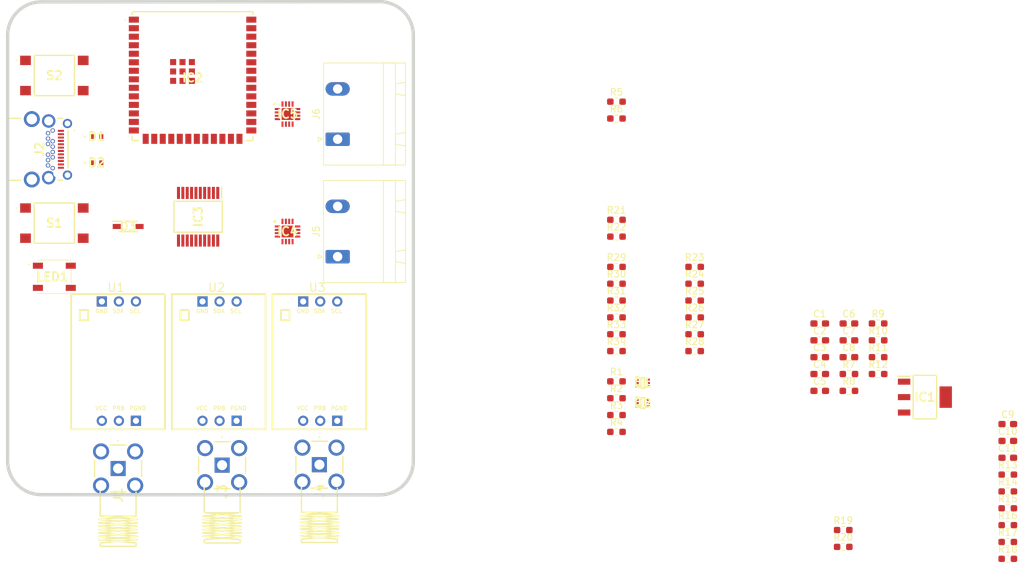
<source format=kicad_pcb>
(kicad_pcb (version 20241229) (generator "pcbnew") (generator_version "9.0")
  (layers (0 "F.Cu" signal) (2 "B.Cu" signal) (13 "F.Paste" user) (15 "B.Paste" user) (5 "F.SilkS" user "F.Silkscreen") (7 "B.SilkS" user "B.Silkscreen") (1 "F.Mask" user) (3 "B.Mask" user) (25 "Edge.Cuts" user))
  (net 0 "")
  (net 1 "+5V_USB")
  (net 2 "GND")
  (net 3 "/ESP32_MCU/GPIO0")
  (net 4 "/ESP32_MCU/EN")
  (net 5 "V_MCU")
  (net 6 "Net-(J2-DN2)")
  (net 7 "Net-(J2-DP2)")
  (net 8 "Net-(D3-K)")
  (net 10 "/ESP32_MCU/M_NFAULT")
  (net 12 "/ESP32_MCU/LED_DIN")
  (net 13 "/NSLEEP")
  (net 17 "/M2_IPROPI")
  (net 19 "/ESP32_MCU/UART_1_MCU_TX")
  (net 20 "/ESP32_MCU/UART_0_MCU_RX")
  (net 24 "/ESP32_MCU/ISO_EN")
  (net 27 "/ESP32_MCU/UART_0_MCU_TX")
  (net 28 "/ESP32_MCU/UART_2_MCU_RX")
  (net 29 "/ESP32_MCU/I2C_0_MCU_SCL")
  (net 31 "/ESP32_MCU/UART_1_MCU_RX")
  (net 32 "/M1_PMW2")
  (net 33 "/ESP32_MCU/MCU_USB_DN")
  (net 34 "/ESP32_MCU/MCU_USB_DP")
  (net 37 "/M1_PMW1")
  (net 39 "/ESP32_MCU/UART_2_MCU_TX")
  (net 40 "/ESP32_MCU/I2C_0_MCU_SDA")
  (net 42 "/ESP32_MCU/M2_PWM2")
  (net 43 "/ESP32_MCU/M2_PWM1")
  (net 44 "/M1_IPROPI")
  (net 45 "Net-(IC3-VSEL)")
  (net 46 "Earth_Clean")
  (net 47 "/electrical_isolator/SDA")
  (net 48 "/Cond_Subcircuit/TX_(SDA)")
  (net 49 "/Cond_Subcircuit/RX_(SCL)")
  (net 52 "/electrical_isolator/VISO")
  (net 53 "/electrical_isolator/SCL")
  (net 54 "Net-(IC3-PDIS)")
  (net 55 "Net-(IC4-A0)")
  (net 56 "Net-(IC4-OUT1)")
  (net 57 "Net-(IC4-OUT2)")
  (net 58 "Net-(IC4-A1)")
  (net 60 "Net-(IC5-A0)")
  (net 62 "Net-(IC5-OUT1)")
  (net 63 "Net-(IC5-A1)")
  (net 64 "Net-(IC5-OUT2)")
  (net 65 "Net-(J1-SIG)")
  (net 78 "Net-(J3-SIG)")
  (net 79 "Net-(J4-SIG)")
  (net 81 "Net-(LED1-DIN)")
  (net 82 "/electrical_isolator/ISO_EN")
  (footprint "Capacitor_SMD:C_0603_1608Metric_Pad1.08x0.95mm_HandSolder" (layer "F.Cu") (at 240.0625 110.98)
    (property "Reference" "C3" (at 0 -1.43 0) (layer "F.SilkS"))
    (property "Value" "100nF")
    (pad "1" smd roundrect (at -0.8625 0) (size 1.075 0.95) (layers "F.Cu" "F.Mask" "F.Paste") (net 1 "+5V_USB"))
    (pad "2" smd roundrect (at 0.8625 0) (size 1.075 0.95) (layers "F.Cu" "F.Mask" "F.Paste") (net 2 "GND"))
  )
  (footprint "SamacSys_Parts:RFPCSMA27F" (layer "F.Cu") (at 165.5 127 90)
    (property "Reference" "J4" (at -3.93 0 90) (layer "F.SilkS") (effects (font (size 1.27 1.27) (thickness 0.254))))
    (property "Value" "RFPC-SMA27-F" (hide yes))
    (pad "1" thru_hole rect (at 0 0 90) (size 2.25 2.25) (drill 1.5) (layers "*.Cu" "*.Mask") (net 79 "Net-(J4-SIG)"))
    (pad "2" thru_hole circle (at -2.54 2.54 90) (size 2.4 2.4) (drill 1.6) (layers "*.Cu" "*.Mask") (net 46 "Earth_Clean"))
    (pad "3" thru_hole circle (at 2.54 2.54 90) (size 2.4 2.4) (drill 1.6) (layers "*.Cu" "*.Mask") (net 46 "Earth_Clean"))
    (pad "4" thru_hole circle (at 2.54 -2.54 90) (size 2.4 2.4) (drill 1.6) (layers "*.Cu" "*.Mask") (net 46 "Earth_Clean"))
    (pad "5" thru_hole circle (at -2.54 -2.54 90) (size 2.4 2.4) (drill 1.6) (layers "*.Cu" "*.Mask") (net 46 "Earth_Clean"))
  )
  (footprint "Resistor_SMD:R_0603_1608Metric_Pad0.98x0.95mm_HandSolder" (layer "F.Cu") (at 221.42 100.0335)
    (property "Reference" "R24" (at 0 -1.43 0) (layer "F.SilkS"))
    (property "Value" "8.45k")
    (pad "1" smd roundrect (at -0.9125 0) (size 0.975 0.95) (layers "F.Cu" "F.Mask" "F.Paste") (net 44 "/M1_IPROPI"))
    (pad "2" smd roundrect (at 0.9125 0) (size 0.975 0.95) (layers "F.Cu" "F.Mask" "F.Paste") (net 2 "GND"))
  )
  (footprint "Resistor_SMD:R_0603_1608Metric_Pad0.98x0.95mm_HandSolder" (layer "F.Cu") (at 268.0875 133.5)
    (property "Reference" "R15" (at 0 -1.43 0) (layer "F.SilkS"))
    (property "Value" "4.7k")
    (pad "1" smd roundrect (at -0.9125 0) (size 0.975 0.95) (layers "F.Cu" "F.Mask" "F.Paste") (net 52 "/electrical_isolator/VISO"))
    (pad "2" smd roundrect (at 0.9125 0) (size 0.975 0.95) (layers "F.Cu" "F.Mask" "F.Paste") (net 49 "/Cond_Subcircuit/RX_(SCL)"))
  )
  (footprint "Resistor_SMD:R_0603_1608Metric_Pad0.98x0.95mm_HandSolder" (layer "F.Cu") (at 268.0875 138.52)
    (property "Reference" "R17" (at 0 -1.43 0) (layer "F.SilkS"))
    (property "Value" "10k")
    (pad "1" smd roundrect (at -0.9125 0) (size 0.975 0.95) (layers "F.Cu" "F.Mask" "F.Paste") (net 52 "/electrical_isolator/VISO"))
    (pad "2" smd roundrect (at 0.9125 0) (size 0.975 0.95) (layers "F.Cu" "F.Mask" "F.Paste") (net 45 "Net-(IC3-VSEL)"))
  )
  (footprint "Resistor_SMD:R_0603_1608Metric_Pad0.98x0.95mm_HandSolder" (layer "F.Cu") (at 209.77 119.6035)
    (property "Reference" "R3" (at 0 -1.43 0) (layer "F.SilkS"))
    (property "Value" "10k")
    (pad "1" smd roundrect (at -0.9125 0) (size 0.975 0.95) (layers "F.Cu" "F.Mask" "F.Paste") (net 82 "/electrical_isolator/ISO_EN"))
    (pad "2" smd roundrect (at 0.9125 0) (size 0.975 0.95) (layers "F.Cu" "F.Mask" "F.Paste") (net 1 "+5V_USB"))
  )
  (footprint "SamacSys_Parts:SOP65P780X200-20N" (layer "F.Cu") (at 147.425 90.05 -90)
    (property "Reference" "IC3" (at 0 0 270) (layer "F.SilkS") (effects (font (size 1.27 1.27) (thickness 0.254))))
    (property "Value" "ADM3260ARSZ" (hide yes))
    (pad "1" smd rect (at -3.55 -2.925) (size 0.45 1.8) (layers "F.Cu" "F.Mask" "F.Paste") (net 2 "GND"))
    (pad "2" smd rect (at -3.55 -2.275) (size 0.45 1.8) (layers "F.Cu" "F.Mask" "F.Paste") (net 53 "/electrical_isolator/SCL"))
    (pad "3" smd rect (at -3.55 -1.625) (size 0.45 1.8) (layers "F.Cu" "F.Mask" "F.Paste") (net 47 "/electrical_isolator/SDA"))
    (pad "4" smd rect (at -3.55 -0.975) (size 0.45 1.8) (layers "F.Cu" "F.Mask" "F.Paste") (net 1 "+5V_USB"))
    (pad "5" smd rect (at -3.55 -0.325) (size 0.45 1.8) (layers "F.Cu" "F.Mask" "F.Paste") (net 2 "GND"))
    (pad "6" smd rect (at -3.55 0.325) (size 0.45 1.8) (layers "F.Cu" "F.Mask" "F.Paste"))
    (pad "7" smd rect (at -3.55 0.975) (size 0.45 1.8) (layers "F.Cu" "F.Mask" "F.Paste") (net 2 "GND"))
    (pad "8" smd rect (at -3.55 1.625) (size 0.45 1.8) (layers "F.Cu" "F.Mask" "F.Paste") (net 54 "Net-(IC3-PDIS)"))
    (pad "9" smd rect (at -3.55 2.275) (size 0.45 1.8) (layers "F.Cu" "F.Mask" "F.Paste") (net 1 "+5V_USB"))
    (pad "10" smd rect (at -3.55 2.925) (size 0.45 1.8) (layers "F.Cu" "F.Mask" "F.Paste") (net 2 "GND"))
    (pad "11" smd rect (at 3.55 2.925) (size 0.45 1.8) (layers "F.Cu" "F.Mask" "F.Paste") (net 46 "Earth_Clean"))
    (pad "12" smd rect (at 3.55 2.275) (size 0.45 1.8) (layers "F.Cu" "F.Mask" "F.Paste") (net 52 "/electrical_isolator/VISO"))
    (pad "13" smd rect (at 3.55 1.625) (size 0.45 1.8) (layers "F.Cu" "F.Mask" "F.Paste") (net 45 "Net-(IC3-VSEL)"))
    (pad "14" smd rect (at 3.55 0.975) (size 0.45 1.8) (layers "F.Cu" "F.Mask" "F.Paste") (net 46 "Earth_Clean"))
    (pad "15" smd rect (at 3.55 0.325) (size 0.45 1.8) (layers "F.Cu" "F.Mask" "F.Paste"))
    (pad "16" smd rect (at 3.55 -0.325) (size 0.45 1.8) (layers "F.Cu" "F.Mask" "F.Paste") (net 46 "Earth_Clean"))
    (pad "17" smd rect (at 3.55 -0.975) (size 0.45 1.8) (layers "F.Cu" "F.Mask" "F.Paste") (net 52 "/electrical_isolator/VISO"))
    (pad "18" smd rect (at 3.55 -1.625) (size 0.45 1.8) (layers "F.Cu" "F.Mask" "F.Paste") (net 48 "/Cond_Subcircuit/TX_(SDA)"))
    (pad "19" smd rect (at 3.55 -2.275) (size 0.45 1.8) (layers "F.Cu" "F.Mask" "F.Paste") (net 49 "/Cond_Subcircuit/RX_(SCL)"))
    (pad "20" smd rect (at 3.55 -2.925) (size 0.45 1.8) (layers "F.Cu" "F.Mask" "F.Paste") (net 46 "Earth_Clean"))
  )
  (footprint "Resistor_SMD:R_0603_1608Metric_Pad0.98x0.95mm_HandSolder" (layer "F.Cu") (at 248.7625 113.49)
    (property "Reference" "R12" (at 0 -1.43 0) (layer "F.SilkS"))
    (property "Value" "10k")
    (pad "1" smd roundrect (at -0.9125 0) (size 0.975 0.95) (layers "F.Cu" "F.Mask" "F.Paste") (net 29 "/ESP32_MCU/I2C_0_MCU_SCL"))
    (pad "2" smd roundrect (at 0.9125 0) (size 0.975 0.95) (layers "F.Cu" "F.Mask" "F.Paste") (net 5 "V_MCU"))
  )
  (footprint "SamacSys_Parts:RFPCSMA27F" (layer "F.Cu") (at 135.5 127.57 90)
    (property "Reference" "J1" (at -3.93 0 90) (layer "F.SilkS") (effects (font (size 1.27 1.27) (thickness 0.254))))
    (property "Value" "RFPC-SMA27-F" (hide yes))
    (pad "1" thru_hole rect (at 0 0 90) (size 2.25 2.25) (drill 1.5) (layers "*.Cu" "*.Mask") (net 65 "Net-(J1-SIG)"))
    (pad "2" thru_hole circle (at -2.54 2.54 90) (size 2.4 2.4) (drill 1.6) (layers "*.Cu" "*.Mask") (net 46 "Earth_Clean"))
    (pad "3" thru_hole circle (at 2.54 2.54 90) (size 2.4 2.4) (drill 1.6) (layers "*.Cu" "*.Mask") (net 46 "Earth_Clean"))
    (pad "4" thru_hole circle (at 2.54 -2.54 90) (size 2.4 2.4) (drill 1.6) (layers "*.Cu" "*.Mask") (net 46 "Earth_Clean"))
    (pad "5" thru_hole circle (at -2.54 -2.54 90) (size 2.4 2.4) (drill 1.6) (layers "*.Cu" "*.Mask") (net 46 "Earth_Clean"))
  )
  (footprint "SamacSys_Parts:SOTFL50P160X60-6N" (layer "F.Cu") (at 213.685 114.8285)
    (property "Reference" "Q1" (at 0 0 0) (layer "F.SilkS") (effects (font (size 1.27 1.27) (thickness 0.254))))
    (property "Value" "SSM6N35AFE,LF" (hide yes))
    (pad "1" smd rect (at -0.832 -0.5 90) (size 0.3 0.465) (layers "F.Cu" "F.Mask" "F.Paste") (net 29 "/ESP32_MCU/I2C_0_MCU_SCL"))
    (pad "2" smd rect (at -0.832 0 90) (size 0.3 0.465) (layers "F.Cu" "F.Mask" "F.Paste") (net 5 "V_MCU"))
    (pad "3" smd rect (at -0.832 0.5 90) (size 0.3 0.465) (layers "F.Cu" "F.Mask" "F.Paste") (net 47 "/electrical_isolator/SDA"))
    (pad "4" smd rect (at 0.832 0.5 90) (size 0.3 0.465) (layers "F.Cu" "F.Mask" "F.Paste") (net 40 "/ESP32_MCU/I2C_0_MCU_SDA"))
    (pad "5" smd rect (at 0.832 0 90) (size 0.3 0.465) (layers "F.Cu" "F.Mask" "F.Paste") (net 5 "V_MCU"))
    (pad "6" smd rect (at 0.832 -0.5 90) (size 0.3 0.465) (layers "F.Cu" "F.Mask" "F.Paste") (net 53 "/electrical_isolator/SCL"))
  )
  (footprint "Capacitor_SMD:C_0603_1608Metric_Pad1.08x0.95mm_HandSolder" (layer "F.Cu") (at 268.0875 120.95)
    (property "Reference" "C9" (at 0 -1.43 0) (layer "F.SilkS"))
    (property "Value" "10uF")
    (pad "1" smd roundrect (at -0.8625 0) (size 1.075 0.95) (layers "F.Cu" "F.Mask" "F.Paste") (net 1 "+5V_USB"))
    (pad "2" smd roundrect (at 0.8625 0) (size 1.075 0.95) (layers "F.Cu" "F.Mask" "F.Paste") (net 2 "GND"))
  )
  (footprint "Resistor_SMD:R_0603_1608Metric_Pad0.98x0.95mm_HandSolder" (layer "F.Cu") (at 248.7625 110.98)
    (property "Reference" "R11" (at 0 -1.43 0) (layer "F.SilkS"))
    (property "Value" "10k")
    (pad "1" smd roundrect (at -0.9125 0) (size 0.975 0.95) (layers "F.Cu" "F.Mask" "F.Paste") (net 40 "/ESP32_MCU/I2C_0_MCU_SDA"))
    (pad "2" smd roundrect (at 0.9125 0) (size 0.975 0.95) (layers "F.Cu" "F.Mask" "F.Paste") (net 5 "V_MCU"))
  )
  (footprint "aquaponics_pcb:EZO FOOTPRINT" (layer "F.Cu") (at 158 123)
    (property "Reference" "U3" (at 7.1775 -22.392 0) (layer "F.SilkS") (effects (font (size 1.27 1.27))))
    (property "Value" "Atlas Scientific EZO")
    (fp_text user "VCC" (at 4.064 -4.7631 0) (layer "F.SilkS") (effects (font (size 0.6 0.6) (thickness 0.1)) (justify left top)))
    (fp_text user "SCL" (at 9.144 -19.2411 0) (layer "F.SilkS") (effects (font (size 0.6 0.6) (thickness 0.1)) (justify left top)))
    (fp_text user "SDA" (at 6.604 -19.2411 0) (layer "F.SilkS") (effects (font (size 0.6 0.6) (thickness 0.1)) (justify left top)))
    (fp_text user "PGND" (at 9.144 -4.7631 0) (layer "F.SilkS") (effects (font (size 0.6 0.6) (thickness 0.1)) (justify left top)))
    (fp_text user "PRB" (at 6.604 -4.7631 0) (layer "F.SilkS") (effects (font (size 0.6 0.6) (thickness 0.1)) (justify left top)))
    (fp_text user "GND" (at 4.064 -19.2411 0) (layer "F.SilkS") (effects (font (size 0.6 0.6) (thickness 0.1)) (justify left top)))
    (pad "1" thru_hole rect (at 5.08 -20.32) (size 1.524 1.524) (drill 0.9144) (layers "*.Cu" "*.Mask") (net 2 "GND"))
    (pad "2" thru_hole oval (at 7.62 -20.32) (size 1.524 1.524) (drill 0.9144) (layers "*.Cu" "*.Mask") (net 48 "/Cond_Subcircuit/TX_(SDA)"))
    (pad "3" thru_hole oval (at 10.16 -20.32) (size 1.524 1.524) (drill 0.9144) (layers "*.Cu" "*.Mask") (net 49 "/Cond_Subcircuit/RX_(SCL)"))
    (pad "4" thru_hole oval (at 5.08 -2.54) (size 1.524 1.524) (drill 0.9144) (layers "*.Cu" "*.Mask") (net 52 "/electrical_isolator/VISO"))
    (pad "5" thru_hole oval (at 7.62 -2.54) (size 1.524 1.524) (drill 0.9144) (layers "*.Cu" "*.Mask") (net 79 "Net-(J4-SIG)"))
    (pad "6" thru_hole rect (at 10.16 -2.54) (size 1.524 1.524) (drill 0.9144) (layers "*.Cu" "*.Mask") (net 46 "Earth_Clean"))
  )
  (footprint "SamacSys_Parts:QFN50P300X300X80-17N-D" (layer "F.Cu") (at 160.75 92.25)
    (property "Reference" "IC4" (at 0 0 0) (layer "F.SilkS") (effects (font (size 1.27 1.27) (thickness 0.254))))
    (property "Value" "DRV8214RTER" (hide yes))
    (pad "1" smd rect (at -1.5 -0.75 90) (size 0.3 0.8) (layers "F.Cu" "F.Mask" "F.Paste") (net 44 "/M1_IPROPI"))
    (pad "2" smd rect (at -1.5 -0.25 90) (size 0.3 0.8) (layers "F.Cu" "F.Mask" "F.Paste") (net 5 "V_MCU"))
    (pad "3" smd rect (at -1.5 0.25 90) (size 0.3 0.8) (layers "F.Cu" "F.Mask" "F.Paste"))
    (pad "4" smd rect (at -1.5 0.75 90) (size 0.3 0.8) (layers "F.Cu" "F.Mask" "F.Paste") (net 10 "/ESP32_MCU/M_NFAULT"))
    (pad "5" smd rect (at -0.75 1.5) (size 0.3 0.8) (layers "F.Cu" "F.Mask" "F.Paste") (net 1 "+5V_USB"))
    (pad "6" smd rect (at -0.25 1.5) (size 0.3 0.8) (layers "F.Cu" "F.Mask" "F.Paste") (net 56 "Net-(IC4-OUT1)"))
    (pad "7" smd rect (at 0.25 1.5) (size 0.3 0.8) (layers "F.Cu" "F.Mask" "F.Paste") (net 2 "GND"))
    (pad "8" smd rect (at 0.75 1.5) (size 0.3 0.8) (layers "F.Cu" "F.Mask" "F.Paste") (net 57 "Net-(IC4-OUT2)"))
    (pad "9" smd rect (at 1.5 0.75 90) (size 0.3 0.8) (layers "F.Cu" "F.Mask" "F.Paste") (net 58 "Net-(IC4-A1)"))
    (pad "10" smd rect (at 1.5 0.25 90) (size 0.3 0.8) (layers "F.Cu" "F.Mask" "F.Paste") (net 55 "Net-(IC4-A0)"))
    (pad "11" smd rect (at 1.5 -0.25 90) (size 0.3 0.8) (layers "F.Cu" "F.Mask" "F.Paste") (net 13 "/NSLEEP"))
    (pad "12" smd rect (at 1.5 -0.75 90) (size 0.3 0.8) (layers "F.Cu" "F.Mask" "F.Paste") (net 32 "/M1_PMW2"))
    (pad "13" smd rect (at 0.75 -1.5) (size 0.3 0.8) (layers "F.Cu" "F.Mask" "F.Paste") (net 37 "/M1_PMW1"))
    (pad "14" smd rect (at 0.25 -1.5) (size 0.3 0.8) (layers "F.Cu" "F.Mask" "F.Paste") (net 40 "/ESP32_MCU/I2C_0_MCU_SDA"))
    (pad "15" smd rect (at -0.25 -1.5) (size 0.3 0.8) (layers "F.Cu" "F.Mask" "F.Paste") (net 29 "/ESP32_MCU/I2C_0_MCU_SCL"))
    (pad "16" smd rect (at -0.75 -1.5) (size 0.3 0.8) (layers "F.Cu" "F.Mask" "F.Paste") (net 5 "V_MCU"))
    (pad "17" smd rect (at 0 0) (size 1.75 1.75) (layers "F.Cu" "F.Mask" "F.Paste") (net 2 "GND"))
  )
  (footprint "SamacSys_Parts:TS046650BK260SMTTR" (layer "F.Cu") (at 126 69)
    (property "Reference" "S2" (at 0 0 0) (layer "F.SilkS") (effects (font (size 1.27 1.27) (thickness 0.254))))
    (property "Value" "TS04-66-50-BK-260-SMT-TR" (hide yes))
    (pad "1" smd rect (at -4.3 -2.25 90) (size 1.4 1.6) (layers "F.Cu" "F.Mask" "F.Paste") (net 4 "/ESP32_MCU/EN"))
    (pad "2" smd rect (at -4.3 2.25 90) (size 1.4 1.6) (layers "F.Cu" "F.Mask" "F.Paste") (net 2 "GND"))
    (pad "3" smd rect (at 4.3 -2.25 90) (size 1.4 1.6) (layers "F.Cu" "F.Mask" "F.Paste"))
    (pad "4" smd rect (at 4.3 2.25 90) (size 1.4 1.6) (layers "F.Cu" "F.Mask" "F.Paste"))
  )
  (footprint "Resistor_SMD:R_0603_1608Metric_Pad0.98x0.95mm_HandSolder" (layer "F.Cu") (at 221.42 97.5235)
    (property "Reference" "R23" (at 0 -1.43 0) (layer "F.SilkS"))
    (property "Value" "10k")
    (pad "1" smd roundrect (at -0.9125 0) (size 0.975 0.95) (layers "F.Cu" "F.Mask" "F.Paste") (net 5 "V_MCU"))
    (pad "2" smd roundrect (at 0.9125 0) (size 0.975 0.95) (layers "F.Cu" "F.Mask" "F.Paste") (net 10 "/ESP32_MCU/M_NFAULT"))
  )
  (footprint "Resistor_SMD:R_0603_1608Metric_Pad0.98x0.95mm_HandSolder" (layer "F.Cu") (at 221.42 102.5435)
    (property "Reference" "R25" (at 0 -1.43 0) (layer "F.SilkS"))
    (property "Value" "10k")
    (pad "1" smd roundrect (at -0.9125 0) (size 0.975 0.95) (layers "F.Cu" "F.Mask" "F.Paste") (net 5 "V_MCU"))
    (pad "2" smd roundrect (at 0.9125 0) (size 0.975 0.95) (layers "F.Cu" "F.Mask" "F.Paste") (net 55 "Net-(IC4-A0)"))
  )
  (footprint "Resistor_SMD:R_0603_1608Metric_Pad0.98x0.95mm_HandSolder" (layer "F.Cu") (at 209.77 117.0935)
    (property "Reference" "R2" (at 0 -1.43 0) (layer "F.SilkS"))
    (property "Value" "10k")
    (pad "1" smd roundrect (at -0.9125 0) (size 0.975 0.95) (layers "F.Cu" "F.Mask" "F.Paste") (net 53 "/electrical_isolator/SCL"))
    (pad "2" smd roundrect (at 0.9125 0) (size 0.975 0.95) (layers "F.Cu" "F.Mask" "F.Paste") (net 1 "+5V_USB"))
  )
  (footprint "SamacSys_Parts:SOD3716X145N" (layer "F.Cu") (at 137 91.5)
    (property "Reference" "D3" (at 0 0 0) (layer "F.SilkS") (effects (font (size 1.27 1.27) (thickness 0.254))))
    (property "Value" "1N5819HW-7-F" (hide yes))
    (pad "1" smd rect (at -1.7 0 90) (size 0.75 1.2) (layers "F.Cu" "F.Mask" "F.Paste") (net 8 "Net-(D3-K)"))
    (pad "2" smd rect (at 1.7 0 90) (size 0.75 1.2) (layers "F.Cu" "F.Mask" "F.Paste") (net 1 "+5V_USB"))
  )
  (footprint "Resistor_SMD:R_0603_1608Metric_Pad0.98x0.95mm_HandSolder" (layer "F.Cu") (at 209.77 93.0135)
    (property "Reference" "R22" (at 0 -1.43 0) (layer "F.SilkS"))
    (property "Value" "4.7k")
    (pad "1" smd roundrect (at -0.9125 0) (size 0.975 0.95) (layers "F.Cu" "F.Mask" "F.Paste") (net 52 "/electrical_isolator/VISO"))
    (pad "2" smd roundrect (at 0.9125 0) (size 0.975 0.95) (layers "F.Cu" "F.Mask" "F.Paste") (net 48 "/Cond_Subcircuit/TX_(SDA)"))
  )
  (footprint "Resistor_SMD:R_0603_1608Metric_Pad0.98x0.95mm_HandSolder" (layer "F.Cu") (at 221.42 105.0535)
    (property "Reference" "R26" (at 0 -1.43 0) (layer "F.SilkS"))
    (property "Value" "10k")
    (pad "1" smd roundrect (at -0.9125 0) (size 0.975 0.95) (layers "F.Cu" "F.Mask" "F.Paste") (net 55 "Net-(IC4-A0)"))
    (pad "2" smd roundrect (at 0.9125 0) (size 0.975 0.95) (layers "F.Cu" "F.Mask" "F.Paste") (net 2 "GND"))
  )
  (footprint "Resistor_SMD:R_0603_1608Metric_Pad0.98x0.95mm_HandSolder" (layer "F.Cu") (at 209.77 122.1135)
    (property "Reference" "R4" (at 0 -1.43 0) (layer "F.SilkS"))
    (property "Value" "10k")
    (pad "1" smd roundrect (at -0.9125 0) (size 0.975 0.95) (layers "F.Cu" "F.Mask" "F.Paste") (net 47 "/electrical_isolator/SDA"))
    (pad "2" smd roundrect (at 0.9125 0) (size 0.975 0.95) (layers "F.Cu" "F.Mask" "F.Paste") (net 1 "+5V_USB"))
  )
  (footprint "Resistor_SMD:R_0603_1608Metric_Pad0.98x0.95mm_HandSolder" (layer "F.Cu") (at 209.77 114.5835)
    (property "Reference" "R1" (at 0 -1.43 0) (layer "F.SilkS"))
    (property "Value" "10k")
    (pad "1" smd roundrect (at -0.9125 0) (size 0.975 0.95) (layers "F.Cu" "F.Mask" "F.Paste") (net 24 "/ESP32_MCU/ISO_EN"))
    (pad "2" smd roundrect (at 0.9125 0) (size 0.975 0.95) (layers "F.Cu" "F.Mask" "F.Paste") (net 5 "V_MCU"))
  )
  (footprint "Resistor_SMD:R_0603_1608Metric_Pad0.98x0.95mm_HandSolder" (layer "F.Cu") (at 248.7625 108.47)
    (property "Reference" "R10" (at 0 -1.43 0) (layer "F.SilkS"))
    (property "Value" "0")
    (pad "1" smd roundrect (at -0.9125 0) (size 0.975 0.95) (layers "F.Cu" "F.Mask" "F.Paste") (net 12 "/ESP32_MCU/LED_DIN"))
    (pad "2" smd roundrect (at 0.9125 0) (size 0.975 0.95) (layers "F.Cu" "F.Mask" "F.Paste") (net 81 "Net-(LED1-DIN)"))
  )
  (footprint "Connector_Phoenix_GMSTB:PhoenixContact_GMSTBA_2,5_2-G_1x02_P7.50mm_Horizontal" (layer "F.Cu") (at 168.2225 96 90)
    (property "Reference" "J5" (at 3.75 -3.2 90) (layer "F.SilkS"))
    (property "Value" "Screw_Terminal_01x02")
    (pad "1" thru_hole roundrect (at 0 0 90) (size 2 3.6) (drill 1.4) (layers "*.Cu" "*.Mask") (roundrect_rratio 0.125) (net 57 "Net-(IC4-OUT2)"))
    (pad "2" thru_hole oval (at 7.5 0 90) (size 2 3.6) (drill 1.4) (layers "*.Cu" "*.Mask") (net 56 "Net-(IC4-OUT1)"))
  )
  (footprint "Capacitor_SMD:C_0603_1608Metric_Pad1.08x0.95mm_HandSolder" (layer "F.Cu") (at 268.0875 123.46)
    (property "Reference" "C10" (at 0 -1.43 0) (layer "F.SilkS"))
    (property "Value" "1uF")
    (pad "1" smd roundrect (at -0.8625 0) (size 1.075 0.95) (layers "F.Cu" "F.Mask" "F.Paste") (net 1 "+5V_USB"))
    (pad "2" smd roundrect (at 0.8625 0) (size 1.075 0.95) (layers "F.Cu" "F.Mask" "F.Paste") (net 2 "GND"))
  )
  (footprint "Capacitor_SMD:C_0603_1608Metric_Pad1.08x0.95mm_HandSolder" (layer "F.Cu") (at 244.4125 105.96)
    (property "Reference" "C6" (at 0 -1.43 0) (layer "F.SilkS"))
    (property "Value" "10uF")
    (pad "1" smd roundrect (at -0.8625 0) (size 1.075 0.95) (layers "F.Cu" "F.Mask" "F.Paste") (net 5 "V_MCU"))
    (pad "2" smd roundrect (at 0.8625 0) (size 1.075 0.95) (layers "F.Cu" "F.Mask" "F.Paste") (net 2 "GND"))
  )
  (footprint "Resistor_SMD:R_0603_1608Metric_Pad0.98x0.95mm_HandSolder" (layer "F.Cu") (at 243.5625 136.74)
    (property "Reference" "R19" (at 0 -1.43 0) (layer "F.SilkS"))
    (property "Value" "4.7k")
    (pad "1" smd roundrect (at -0.9125 0) (size 0.975 0.95) (layers "F.Cu" "F.Mask" "F.Paste") (net 52 "/electrical_isolator/VISO"))
    (pad "2" smd roundrect (at 0.9125 0) (size 0.975 0.95) (layers "F.Cu" "F.Mask" "F.Paste") (net 49 "/Cond_Subcircuit/RX_(SCL)"))
  )
  (footprint "Resistor_SMD:R_0603_1608Metric_Pad0.98x0.95mm_HandSolder" (layer "F.Cu") (at 209.77 110.0735)
    (property "Reference" "R34" (at 0 -1.43 0) (layer "F.SilkS"))
    (property "Value" "10k")
    (pad "1" smd roundrect (at -0.9125 0) (size 0.975 0.95) (layers "F.Cu" "F.Mask" "F.Paste") (net 63 "Net-(IC5-A1)"))
    (pad "2" smd roundrect (at 0.9125 0) (size 0.975 0.95) (layers "F.Cu" "F.Mask" "F.Paste") (net 2 "GND"))
  )
  (footprint "Resistor_SMD:R_0603_1608Metric_Pad0.98x0.95mm_HandSolder" (layer "F.Cu") (at 209.77 105.0535)
    (property "Reference" "R32" (at 0 -1.43 0) (layer "F.SilkS"))
    (property "Value" "10k")
    (pad "1" smd roundrect (at -0.9125 0) (size 0.975 0.95) (layers "F.Cu" "F.Mask" "F.Paste") (net 60 "Net-(IC5-A0)"))
    (pad "2" smd roundrect (at 0.9125 0) (size 0.975 0.95) (layers "F.Cu" "F.Mask" "F.Paste") (net 2 "GND"))
  )
  (footprint "Resistor_SMD:R_0603_1608Metric_Pad0.98x0.95mm_HandSolder" (layer "F.Cu") (at 268.0875 128.48)
    (property "Reference" "R13" (at 0 -1.43 0) (layer "F.SilkS"))
    (property "Value" "1M")
    (pad "1" smd roundrect (at -0.9125 0) (size 0.975 0.95) (layers "F.Cu" "F.Mask" "F.Paste") (net 1 "+5V_USB"))
    (pad "2" smd roundrect (at 0.9125 0) (size 0.975 0.95) (layers "F.Cu" "F.Mask" "F.Paste") (net 82 "/electrical_isolator/ISO_EN"))
  )
  (footprint "Resistor_SMD:R_0603_1608Metric_Pad0.98x0.95mm_HandSolder" (layer "F.Cu") (at 209.77 107.5635)
    (property "Reference" "R33" (at 0 -1.43 0) (layer "F.SilkS"))
    (property "Value" "10k")
    (pad "1" smd roundrect (at -0.9125 0) (size 0.975 0.95) (layers "F.Cu" "F.Mask" "F.Paste") (net 5 "V_MCU"))
    (pad "2" smd roundrect (at 0.9125 0) (size 0.975 0.95) (layers "F.Cu" "F.Mask" "F.Paste") (net 63 "Net-(IC5-A1)"))
  )
  (footprint "Resistor_SMD:R_0603_1608Metric_Pad0.98x0.95mm_HandSolder" (layer "F.Cu") (at 209.77 90.5035)
    (property "Reference" "R21" (at 0 -1.43 0) (layer "F.SilkS"))
    (property "Value" "4.7k")
    (pad "1" smd roundrect (at -0.9125 0) (size 0.975 0.95) (layers "F.Cu" "F.Mask" "F.Paste") (net 52 "/electrical_isolator/VISO"))
    (pad "2" smd roundrect (at 0.9125 0) (size 0.975 0.95) (layers "F.Cu" "F.Mask" "F.Paste") (net 49 "/Cond_Subcircuit/RX_(SCL)"))
  )
  (footprint "SamacSys_Parts:TS046650BK260SMTTR" (layer "F.Cu") (at 126 91)
    (property "Reference" "S1" (at 0 0 0) (layer "F.SilkS") (effects (font (size 1.27 1.27) (thickness 0.254))))
    (property "Value" "TS04-66-50-BK-260-SMT-TR" (hide yes))
    (pad "1" smd rect (at -4.3 -2.25 90) (size 1.4 1.6) (layers "F.Cu" "F.Mask" "F.Paste") (net 3 "/ESP32_MCU/GPIO0"))
    (pad "2" smd rect (at -4.3 2.25 90) (size 1.4 1.6) (layers "F.Cu" "F.Mask" "F.Paste") (net 2 "GND"))
    (pad "3" smd rect (at 4.3 -2.25 90) (size 1.4 1.6) (layers "F.Cu" "F.Mask" "F.Paste"))
    (pad "4" smd rect (at 4.3 2.25 90) (size 1.4 1.6) (layers "F.Cu" "F.Mask" "F.Paste"))
  )
  (footprint "Resistor_SMD:R_0603_1608Metric_Pad0.98x0.95mm_HandSolder" (layer "F.Cu") (at 209.77 97.5235)
    (property "Reference" "R29" (at 0 -1.43 0) (layer "F.SilkS"))
    (property "Value" "10k")
    (pad "1" smd roundrect (at -0.9125 0) (size 0.975 0.95) (layers "F.Cu" "F.Mask" "F.Paste") (net 5 "V_MCU"))
    (pad "2" smd roundrect (at 0.9125 0) (size 0.975 0.95) (layers "F.Cu" "F.Mask" "F.Paste") (net 10 "/ESP32_MCU/M_NFAULT"))
  )
  (footprint "SamacSys_Parts:SOT230P700X180-4N" (layer "F.Cu") (at 255.7375 116.93)
    (property "Reference" "IC1" (at 0 0 0) (layer "F.SilkS") (effects (font (size 1.27 1.27) (thickness 0.254))))
    (property "Value" "AZ1117CH-3.3TRG1" (hide yes))
    (pad "1" smd rect (at -3.1 -2.3 90) (size 0.9 1.85) (layers "F.Cu" "F.Mask" "F.Paste") (net 2 "GND"))
    (pad "2" smd rect (at -3.1 0 90) (size 0.9 1.85) (layers "F.Cu" "F.Mask" "F.Paste"))
    (pad "3" smd rect (at -3.1 2.3 90) (size 0.9 1.85) (layers "F.Cu" "F.Mask" "F.Paste") (net 8 "Net-(D3-K)"))
    (pad "4" smd rect (at 3.1 0) (size 1.85 3.2) (layers "F.Cu" "F.Mask" "F.Paste") (net 5 "V_MCU"))
  )
  (footprint "SamacSys_Parts:WS2812BB" (layer "F.Cu") (at 126 99)
    (property "Reference" "LED1" (at -0.325 0 0) (layer "F.SilkS") (effects (font (size 1.27 1.27) (thickness 0.254))))
    (property "Value" "WS2812B-B" (hide yes))
    (pad "1" smd rect (at -2.45 -1.65 90) (size 0.9 1.5) (layers "F.Cu" "F.Mask" "F.Paste") (net 5 "V_MCU"))
    (pad "2" smd rect (at -2.45 1.65 90) (size 0.9 1.5) (layers "F.Cu" "F.Mask" "F.Paste"))
    (pad "3" smd rect (at 2.45 1.65 90) (size 0.9 1.5) (layers "F.Cu" "F.Mask" "F.Paste") (net 2 "GND"))
    (pad "4" smd rect (at 2.45 -1.65 90) (size 0.9 1.5) (layers "F.Cu" "F.Mask" "F.Paste") (net 81 "Net-(LED1-DIN)"))
  )
  (footprint "Resistor_SMD:R_0603_1608Metric_Pad0.98x0.95mm_HandSolder" (layer "F.Cu") (at 209.77 102.5435)
    (property "Reference" "R31" (at 0 -1.43 0) (layer "F.SilkS"))
    (property "Value" "10k")
    (pad "1" smd roundrect (at -0.9125 0) (size 0.975 0.95) (layers "F.Cu" "F.Mask" "F.Paste") (net 5 "V_MCU"))
    (pad "2" smd roundrect (at 0.9125 0) (size 0.975 0.95) (layers "F.Cu" "F.Mask" "F.Paste") (net 60 "Net-(IC5-A0)"))
  )
  (footprint "Capacitor_SMD:C_0603_1608Metric_Pad1.08x0.95mm_HandSolder" (layer "F.Cu") (at 244.4125 108.47)
    (property "Reference" "C7" (at 0 -1.43 0) (layer "F.SilkS"))
    (property "Value" "1uF")
    (pad "1" smd roundrect (at -0.8625 0) (size 1.075 0.95) (layers "F.Cu" "F.Mask" "F.Paste") (net 5 "V_MCU"))
    (pad "2" smd roundrect (at 0.8625 0) (size 1.075 0.95) (layers "F.Cu" "F.Mask" "F.Paste") (net 2 "GND"))
  )
  (footprint "Resistor_SMD:R_0603_1608Metric_Pad0.98x0.95mm_HandSolder" (layer "F.Cu") (at 209.77 72.9035)
    (property "Reference" "R5" (at 0 -1.43 0) (layer "F.SilkS"))
    (property "Value" "4.7k")
    (pad "1" smd roundrect (at -0.9125 0) (size 0.975 0.95) (layers "F.Cu" "F.Mask" "F.Paste") (net 52 "/electrical_isolator/VISO"))
    (pad "2" smd roundrect (at 0.9125 0) (size 0.975 0.95) (layers "F.Cu" "F.Mask" "F.Paste") (net 49 "/Cond_Subcircuit/RX_(SCL)"))
  )
  (footprint "Resistor_SMD:R_0603_1608Metric_Pad0.98x0.95mm_HandSolder" (layer "F.Cu") (at 268.0875 136.01)
    (property "Reference" "R16" (at 0 -1.43 0) (layer "F.SilkS"))
    (property "Value" "4.7k")
    (pad "1" smd roundrect (at -0.9125 0) (size 0.975 0.95) (layers "F.Cu" "F.Mask" "F.Paste") (net 52 "/electrical_isolator/VISO"))
    (pad "2" smd roundrect (at 0.9125 0) (size 0.975 0.95) (layers "F.Cu" "F.Mask" "F.Paste") (net 48 "/Cond_Subcircuit/TX_(SDA)"))
  )
  (footprint "Resistor_SMD:R_0603_1608Metric_Pad0.98x0.95mm_HandSolder" (layer "F.Cu") (at 221.42 110.0735)
    (property "Reference" "R28" (at 0 -1.43 0) (layer "F.SilkS"))
    (property "Value" "10k")
    (pad "1" smd roundrect (at -0.9125 0) (size 0.975 0.95) (layers "F.Cu" "F.Mask" "F.Paste") (net 58 "Net-(IC4-A1)"))
    (pad "2" smd roundrect (at 0.9125 0) (size 0.975 0.95) (layers "F.Cu" "F.Mask" "F.Paste") (net 2 "GND"))
  )
  (footprint "Resistor_SMD:R_0603_1608Metric_Pad0.98x0.95mm_HandSolder" (layer "F.Cu") (at 268.0875 141.03)
    (property "Reference" "R18" (at 0 -1.43 0) (layer "F.SilkS"))
    (property "Value" "4.7k")
    (pad "1" smd roundrect (at -0.9125 0) (size 0.975 0.95) (layers "F.Cu" "F.Mask" "F.Paste") (net 45 "Net-(IC3-VSEL)"))
    (pad "2" smd roundrect (at 0.9125 0) (size 0.975 0.95) (layers "F.Cu" "F.Mask" "F.Paste") (net 46 "Earth_Clean"))
  )
  (footprint "SamacSys_Parts:ESP32S3WROOM1UN8" (layer "F.Cu") (at 146.6 69.09)
    (property "Reference" "IC2" (at 0 0.25 0) (layer "F.SilkS") (effects (font (size 1.27 1.27) (thickness 0.254))))
    (property "Value" "ESP32-S3-WROOM-1U-N8" (hide yes))
    (pad "1" smd rect (at -8.75 -8.41 90) (size 0.9 1.5) (layers "F.Cu" "F.Mask" "F.Paste") (net 2 "GND"))
    (pad "2" smd rect (at -8.75 -7.14 90) (size 0.9 1.5) (layers "F.Cu" "F.Mask" "F.Paste") (net 5 "V_MCU"))
    (pad "3" smd rect (at -8.75 -5.87 90) (size 0.9 1.5) (layers "F.Cu" "F.Mask" "F.Paste") (net 4 "/ESP32_MCU/EN"))
    (pad "4" smd rect (at -8.75 -4.6 90) (size 0.9 1.5) (layers "F.Cu" "F.Mask" "F.Paste") (net 37 "/M1_PMW1"))
    (pad "5" smd rect (at -8.75 -3.33 90) (size 0.9 1.5) (layers "F.Cu" "F.Mask" "F.Paste") (net 32 "/M1_PMW2"))
    (pad "6" smd rect (at -8.75 -2.06 90) (size 0.9 1.5) (layers "F.Cu" "F.Mask" "F.Paste") (net 44 "/M1_IPROPI"))
    (pad "7" smd rect (at -8.75 -0.79 90) (size 0.9 1.5) (layers "F.Cu" "F.Mask" "F.Paste") (net 12 "/ESP32_MCU/LED_DIN"))
    (pad "8" smd rect (at -8.75 0.48 90) (size 0.9 1.5) (layers "F.Cu" "F.Mask" "F.Paste") (net 43 "/ESP32_MCU/M2_PWM1"))
    (pad "9" smd rect (at -8.75 1.75 90) (size 0.9 1.5) (layers "F.Cu" "F.Mask" "F.Paste") (net 42 "/ESP32_MCU/M2_PWM2"))
    (pad "10" smd rect (at -8.75 3.02 90) (size 0.9 1.5) (layers "F.Cu" "F.Mask" "F.Paste") (net 19 "/ESP32_MCU/UART_1_MCU_TX"))
    (pad "11" smd rect (at -8.75 4.29 90) (size 0.9 1.5) (layers "F.Cu" "F.Mask" "F.Paste") (net 31 "/ESP32_MCU/UART_1_MCU_RX"))
    (pad "12" smd rect (at -8.75 5.56 90) (size 0.9 1.5) (layers "F.Cu" "F.Mask" "F.Paste") (net 13 "/NSLEEP"))
    (pad "13" smd rect (at -8.75 6.83 90) (size 0.9 1.5) (layers "F.Cu" "F.Mask" "F.Paste") (net 33 "/ESP32_MCU/MCU_USB_DN"))
    (pad "14" smd rect (at -8.75 8.1 90) (size 0.9 1.5) (layers "F.Cu" "F.Mask" "F.Paste") (net 34 "/ESP32_MCU/MCU_USB_DP"))
    (pad "15" smd rect (at -6.985 9.35) (size 0.9 1.5) (layers "F.Cu" "F.Mask" "F.Paste"))
    (pad "16" smd rect (at -5.715 9.35) (size 0.9 1.5) (layers "F.Cu" "F.Mask" "F.Paste"))
    (pad "17" smd rect (at -4.445 9.35) (size 0.9 1.5) (layers "F.Cu" "F.Mask" "F.Paste") (net 17 "/M2_IPROPI"))
    (pad "18" smd rect (at -3.175 9.35) (size 0.9 1.5) (layers "F.Cu" "F.Mask" "F.Paste"))
    (pad "19" smd rect (at -1.905 9.35) (size 0.9 1.5) (layers "F.Cu" "F.Mask" "F.Paste"))
    (pad "20" smd rect (at -0.635 9.35) (size 0.9 1.5) (layers "F.Cu" "F.Mask" "F.Paste"))
    (pad "21" smd rect (at 0.635 9.35) (size 0.9 1.5) (layers "F.Cu" "F.Mask" "F.Paste"))
    (pad "22" smd rect (at 1.905 9.35) (size 0.9 1.5) (layers "F.Cu" "F.Mask" "F.Paste"))
    (pad "23" smd rect (at 3.175 9.35) (size 0.9 1.5) (layers "F.Cu" "F.Mask" "F.Paste") (net 10 "/ESP32_MCU/M_NFAULT"))
    (pad "24" smd rect (at 4.445 9.35) (size 0.9 1.5) (layers "F.Cu" "F.Mask" "F.Paste") (net 28 "/ESP32_MCU/UART_2_MCU_RX"))
    (pad "25" smd rect (at 5.715 9.35) (size 0.9 1.5) (layers "F.Cu" "F.Mask" "F.Paste") (net 39 "/ESP32_MCU/UART_2_MCU_TX"))
    (pad "26" smd rect (at 6.985 9.35) (size 0.9 1.5) (layers "F.Cu" "F.Mask" "F.Paste"))
    (pad "27" smd rect (at 8.75 8.1 90) (size 0.9 1.5) (layers "F.Cu" "F.Mask" "F.Paste") (net 3 "/ESP32_MCU/GPIO0"))
    (pad "28" smd rect (at 8.75 6.83 90) (size 0.9 1.5) (layers "F.Cu" "F.Mask" "F.Paste"))
    (pad "29" smd rect (at 8.75 5.56 90) (size 0.9 1.5) (layers "F.Cu" "F.Mask" "F.Paste"))
    (pad "30" smd rect (at 8.75 4.29 90) (size 0.9 1.5) (layers "F.Cu" "F.Mask" "F.Paste"))
    (pad "31" smd rect (at 8.75 3.02 90) (size 0.9 1.5) (layers "F.Cu" "F.Mask" "F.Paste"))
    (pad "32" smd rect (at 8.75 1.75 90) (size 0.9 1.5) (layers "F.Cu" "F.Mask" "F.Paste"))
    (pad "33" smd rect (at 8.75 0.48 90) (size 0.9 1.5) (layers "F.Cu" "F.Mask" "F.Paste"))
    (pad "34" smd rect (at 8.75 -0.79 90) (size 0.9 1.5) (layers "F.Cu" "F.Mask" "F.Paste"))
    (pad "35" smd rect (at 8.75 -2.06 90) (size 0.9 1.5) (layers "F.Cu" "F.Mask" "F.Paste") (net 24 "/ESP32_MCU/ISO_EN"))
    (pad "36" smd rect (at 8.75 -3.33 90) (size 0.9 1.5) (layers "F.Cu" "F.Mask" "F.Paste") (net 20 "/ESP32_MCU/UART_0_MCU_RX"))
    (pad "37" smd rect (at 8.75 -4.6 90) (size 0.9 1.5) (layers "F.Cu" "F.Mask" "F.Paste") (net 27 "/ESP32_MCU/UART_0_MCU_TX"))
    (pad "38" smd rect (at 8.75 -5.87 90) (size 0.9 1.5) (layers "F.Cu" "F.Mask" "F.Paste") (net 29 "/ESP32_MCU/I2C_0_MCU_SCL"))
    (pad "39" smd rect (at 8.75 -7.14 90) (size 0.9 1.5) (layers "F.Cu" "F.Mask" "F.Paste") (net 40 "/ESP32_MCU/I2C_0_MCU_SDA"))
    (pad "40" smd rect (at 8.75 -8.41 90) (size 0.9 1.5) (layers "F.Cu" "F.Mask" "F.Paste") (net 2 "GND"))
    (pad "41" smd rect (at -1.5 -0.69 90) (size 0.9 0.9) (layers "F.Cu" "F.Mask" "F.Paste") (net 2 "GND"))
    (pad "42" smd rect (at -2.9 -2.09 90) (size 0.9 0.9) (layers "F.Cu" "F.Mask" "F.Paste") (net 2 "GND"))
    (pad "43" smd rect (at -2.9 -0.69 90) (size 0.9 0.9) (layers "F.Cu" "F.Mask" "F.Paste") (net 2 "GND"))
    (pad "44" smd rect (at -2.9 0.71 90) (size 0.9 0.9) (layers "F.Cu" "F.Mask" "F.Paste") (net 2 "GND"))
    (pad "45" smd rect (at -1.5 0.71 90) (size 0.9 0.9) (layers "F.Cu" "F.Mask" "F.Paste") (net 2 "GND"))
    (pad "46" smd rect (at -0.1 0.71 90) (size 0.9 0.9) (layers "F.Cu" "F.Mask" "F.Paste") (net 2 "GND"))
    (pad "47" smd rect (at -0.1 -0.69 90) (size 0.9 0.9) (layers "F.Cu" "F.Mask" "F.Paste") (net 2 "GND"))
    (pad "48" smd rect (at -0.1 -2.09 90) (size 0.9 0.9) (layers "F.Cu" "F.Mask" "F.Paste") (net 2 "GND"))
    (pad "49" smd rect (at -1.5 -2.09 90) (size 0.9 0.9) (layers "F.Cu" "F.Mask" "F.Paste") (net 2 "GND"))
  )
  (footprint "SamacSys_Parts:RFPCSMA27F" (layer "F.Cu") (at 151 127.07 90)
    (property "Reference" "J3" (at -3.93 0 90) (layer "F.SilkS") (effects (font (size 1.27 1.27) (thickness 0.254))))
    (property "Value" "RFPC-SMA27-F" (hide yes))
    (pad "1" thru_hole rect (at 0 0 90) (size 2.25 2.25) (drill 1.5) (layers "*.Cu" "*.Mask") (net 78 "Net-(J3-SIG)"))
    (pad "2" thru_hole circle (at -2.54 2.54 90) (size 2.4 2.4) (drill 1.6) (layers "*.Cu" "*.Mask") (net 46 "Earth_Clean"))
    (pad "3" thru_hole circle (at 2.54 2.54 90) (size 2.4 2.4) (drill 1.6) (layers "*.Cu" "*.Mask") (net 46 "Earth_Clean"))
    (pad "4" thru_hole circle (at 2.54 -2.54 90) (size 2.4 2.4) (drill 1.6) (layers "*.Cu" "*.Mask") (net 46 "Earth_Clean"))
    (pad "5" thru_hole circle (at -2.54 -2.54 90) (size 2.4 2.4) (drill 1.6) (layers "*.Cu" "*.Mask") (net 46 "Earth_Clean"))
  )
  (footprint "SamacSys_Parts:CPDH5V0PHF" (layer "F.Cu") (at 132.29 82)
    (property "Reference" "D2" (at 0 0 0) (layer "F.SilkS") (effects (font (size 1.27 1.27) (thickness 0.254))))
    (property "Value" "CPDH5V0P-HF" (hide yes))
    (pad "1" smd rect (at -0.71 0) (size 0.6 0.7) (layers "F.Cu" "F.Mask" "F.Paste") (net 2 "GND"))
    (pad "2" smd rect (at 0.71 0) (size 0.6 0.7) (layers "F.Cu" "F.Mask" "F.Paste") (net 7 "Net-(J2-DP2)"))
  )
  (footprint "SamacSys_Parts:QFN50P300X300X80-17N-D" (layer "F.Cu") (at 160.75 74.75)
    (property "Reference" "IC5" (at 0 0 0) (layer "F.SilkS") (effects (font (size 1.27 1.27) (thickness 0.254))))
    (property "Value" "DRV8214RTER" (hide yes))
    (pad "1" smd rect (at -1.5 -0.75 90) (size 0.3 0.8) (layers "F.Cu" "F.Mask" "F.Paste") (net 17 "/M2_IPROPI"))
    (pad "2" smd rect (at -1.5 -0.25 90) (size 0.3 0.8) (layers "F.Cu" "F.Mask" "F.Paste") (net 5 "V_MCU"))
    (pad "3" smd rect (at -1.5 0.25 90) (size 0.3 0.8) (layers "F.Cu" "F.Mask" "F.Paste"))
    (pad "4" smd rect (at -1.5 0.75 90) (size 0.3 0.8) (layers "F.Cu" "F.Mask" "F.Paste") (net 10 "/ESP32_MCU/M_NFAULT"))
    (pad "5" smd rect (at -0.75 1.5) (size 0.3 0.8) (layers "F.Cu" "F.Mask" "F.Paste") (net 1 "+5V_USB"))
    (pad "6" smd rect (at -0.25 1.5) (size 0.3 0.8) (layers "F.Cu" "F.Mask" "F.Paste") (net 62 "Net-(IC5-OUT1)"))
    (pad "7" smd rect (at 0.25 1.5) (size 0.3 0.8) (layers "F.Cu" "F.Mask" "F.Paste") (net 2 "GND"))
    (pad "8" smd rect (at 0.75 1.5) (size 0.3 0.8) (layers "F.Cu" "F.Mask" "F.Paste") (net 64 "Net-(IC5-OUT2)"))
    (pad "9" smd rect (at 1.5 0.75 90) (size 0.3 0.8) (layers "F.Cu" "F.Mask" "F.Paste") (net 63 "Net-(IC5-A1)"))
    (pad "10" smd rect (at 1.5 0.25 90) (size 0.3 0.8) (layers "F.Cu" "F.Mask" "F.Paste") (net 60 "Net-(IC5-A0)"))
    (pad "11" smd rect (at 1.5 -0.25 90) (size 0.3 0.8) (layers "F.Cu" "F.Mask" "F.Paste") (net 13 "/NSLEEP"))
    (pad "12" smd rect (at 1.5 -0.75 90) (size 0.3 0.8) (layers "F.Cu" "F.Mask" "F.Paste") (net 42 "/ESP32_MCU/M2_PWM2"))
    (pad "13" smd rect (at 0.75 -1.5) (size 0.3 0.8) (layers "F.Cu" "F.Mask" "F.Paste") (net 43 "/ESP32_MCU/M2_PWM1"))
    (pad "14" smd rect (at 0.25 -1.5) (size 0.3 0.8) (layers "F.Cu" "F.Mask" "F.Paste") (net 40 "/ESP32_MCU/I2C_0_MCU_SDA"))
    (pad "15" smd rect (at -0.25 -1.5) (size 0.3 0.8) (layers "F.Cu" "F.Mask" "F.Paste") (net 29 "/ESP32_MCU/I2C_0_MCU_SCL"))
    (pad "16" smd rect (at -0.75 -1.5) (size 0.3 0.8) (layers "F.Cu" "F.Mask" "F.Paste") (net 5 "V_MCU"))
    (pad "17" smd rect (at 0 0) (size 1.75 1.75) (layers "F.Cu" "F.Mask" "F.Paste") (net 2 "GND"))
  )
  (footprint "Capacitor_SMD:C_0603_1608Metric_Pad1.08x0.95mm_HandSolder" (layer "F.Cu") (at 240.0625 108.47)
    (property "Reference" "C2" (at 0 -1.43 0) (layer "F.SilkS"))
    (property "Value" "1uF")
    (pad "1" smd roundrect (at -0.8625 0) (size 1.075 0.95) (layers "F.Cu" "F.Mask" "F.Paste") (net 1 "+5V_USB"))
    (pad "2" smd roundrect (at 0.8625 0) (size 1.075 0.95) (layers "F.Cu" "F.Mask" "F.Paste") (net 2 "GND"))
  )
  (footprint "Capacitor_SMD:C_0603_1608Metric_Pad1.08x0.95mm_HandSolder" (layer "F.Cu") (at 240.0625 113.49)
    (property "Reference" "C4" (at 0 -1.43 0) (layer "F.SilkS"))
    (property "Value" "1uF")
    (pad "1" smd roundrect (at -0.8625 0) (size 1.075 0.95) (layers "F.Cu" "F.Mask" "F.Paste") (net 2 "GND"))
    (pad "2" smd roundrect (at 0.8625 0) (size 1.075 0.95) (layers "F.Cu" "F.Mask" "F.Paste") (net 3 "/ESP32_MCU/GPIO0"))
  )
  (footprint "SamacSys_Parts:23387921" (layer "F.Cu") (at 123.5 80 -90)
    (property "Reference" "J2" (at 0 -0.298 270) (layer "F.SilkS") (effects (font (size 1.27 1.27) (thickness 0.254))))
    (property "Value" "2338792-1" (hide yes))
    (pad "" np_thru_hole circle (at -3.6 -2.905 270) (size 0.65 0.65) (drill 0.65) (layers "*.Cu" "*.Mask"))
    (pad "" np_thru_hole circle (at 3.6 -2.905 270) (size 1.15 1.15) (drill 1.15) (layers "*.Cu" "*.Mask"))
    (pad "A1" smd rect (at -2.75 -3.475 270) (size 0.3 0.9) (layers "F.Cu" "F.Mask" "F.Paste") (net 2 "GND"))
    (pad "A2" smd rect (at -2.25 -3.475 270) (size 0.3 0.9) (layers "F.Cu" "F.Mask" "F.Paste"))
    (pad "A3" smd rect (at -1.75 -3.475 270) (size 0.3 0.9) (layers "F.Cu" "F.Mask" "F.Paste"))
    (pad "A4" smd rect (at -1.25 -3.475 270) (size 0.3 0.9) (layers "F.Cu" "F.Mask" "F.Paste") (net 1 "+5V_USB"))
    (pad "A5" smd rect (at -0.75 -3.475 270) (size 0.3 0.9) (layers "F.Cu" "F.Mask" "F.Paste"))
    (pad "A6" smd rect (at -0.25 -3.475 270) (size 0.3 0.9) (layers "F.Cu" "F.Mask" "F.Paste") (net 34 "/ESP32_MCU/MCU_USB_DP"))
    (pad "A7" smd rect (at 0.25 -3.475 270) (size 0.3 0.9) (layers "F.Cu" "F.Mask" "F.Paste") (net 33 "/ESP32_MCU/MCU_USB_DN"))
    (pad "A8" smd rect (at 0.75 -3.475 270) (size 0.3 0.9) (layers "F.Cu" "F.Mask" "F.Paste"))
    (pad "A9" smd rect (at 1.25 -3.475 270) (size 0.3 0.9) (layers "F.Cu" "F.Mask" "F.Paste") (net 1 "+5V_USB"))
    (pad "A10" smd rect (at 1.75 -3.475 270) (size 0.3 0.9) (layers "F.Cu" "F.Mask" "F.Paste"))
    (pad "A11" smd rect (at 2.25 -3.475 270) (size 0.3 0.9) (layers "F.Cu" "F.Mask" "F.Paste"))
    (pad "A12" smd rect (at 2.75 -3.475 270) (size 0.3 0.9) (layers "F.Cu" "F.Mask" "F.Paste") (net 2 "GND"))
    (pad "B1" thru_hole circle (at 2.8 -2.255 270) (size 0.65 0.65) (drill 0.4) (layers "*.Cu" "*.Mask") (net 2 "GND"))
    (pad "B2" thru_hole circle (at 2.4 -1.555 270) (size 0.65 0.65) (drill 0.4) (layers "*.Cu" "*.Mask"))
    (pad "B3" thru_hole circle (at 1.6 -1.555 270) (size 0.65 0.65) (drill 0.4) (layers "*.Cu" "*.Mask"))
    (pad "B4" thru_hole circle (at 1.2 -2.255 270) (size 0.65 0.65) (drill 0.4) (layers "*.Cu" "*.Mask") (net 1 "+5V_USB"))
    (pad "B5" thru_hole circle (at 0.8 -1.555 270) (size 0.65 0.65) (drill 0.4) (layers "*.Cu" "*.Mask"))
    (pad "B6" thru_hole circle (at 0.4 -2.255 270) (size 0.65 0.65) (drill 0.4) (layers "*.Cu" "*.Mask") (net 7 "Net-(J2-DP2)"))
    (pad "B7" thru_hole circle (at -0.4 -2.255 270) (size 0.65 0.65) (drill 0.4) (layers "*.Cu" "*.Mask") (net 6 "Net-(J2-DN2)"))
    (pad "B8" thru_hole circle (at -0.8 -1.555 270) (size 0.65 0.65) (drill 0.4) (layers "*.Cu" "*.Mask"))
    (pad "B9" thru_hole circle (at -1.2 -2.255 270) (size 0.65 0.65) (drill 0.4) (layers "*.Cu" "*.Mask") (net 1 "+5V_USB"))
    (pad "B10" thru_hole circle (at -1.6 -1.555 270) (size 0.65 0.65) (drill 0.4) (layers "*.Cu" "*.Mask"))
    (pad "B11" thru_hole circle (at -2.4 -1.555 270) (size 0.65 0.65) (drill 0.4) (layers "*.Cu" "*.Mask"))
    (pad "B12" thru_hole circle (at -2.8 -2.255 270) (size 0.65 0.65) (drill 0.4) (layers "*.Cu" "*.Mask") (net 2 "GND"))
    (pad "G1" thru_hole circle (at -4.5 0.86 270) (size 2.37 2.37) (drill 1.58) (layers "*.Cu" "*.Mask") (net 2 "GND"))
    (pad "G2" thru_hole circle (at -4.22 -1.655 270) (size 2.01 2.01) (drill 1.34) (layers "*.Cu" "*.Mask") (net 2 "GND"))
    (pad "G3" thru_hole circle (at -3.845 -4.455 270) (size 1.381 1.381) (drill 0.85) (layers "*.Cu" "*.Mask") (net 2 "GND"))
    (pad "G4" thru_hole circle (at 3.845 -4.455 270) (size 1.381 1.381) (drill 0.85) (layers "*.Cu" "*.Mask") (net 2 "GND"))
    (pad "G5" thru_hole circle (at 4.22 -1.655 270) (size 2.01 2.01) (drill 1.34) (layers "*.Cu" "*.Mask") (net 2 "GND"))
    (pad "G6" thru_hole circle (at 4.5 0.86 270) (size 2.37 2.37) (drill 1.58) (layers "*.Cu" "*.Mask") (net 2 "GND"))
  )
  (footprint "Resistor_SMD:R_0603_1608Metric_Pad0.98x0.95mm_HandSolder" (layer "F.Cu") (at 221.42 107.5635)
    (property "Reference" "R27" (at 0 -1.43 0) (layer "F.SilkS"))
    (property "Value" "10k")
    (pad "1" smd roundrect (at -0.9125 0) (size 0.975 0.95) (layers "F.Cu" "F.Mask" "F.Paste") (net 5 "V_MCU"))
    (pad "2" smd roundrect (at 0.9125 0) (size 0.975 0.95) (layers "F.Cu" "F.Mask" "F.Paste") (net 58 "Net-(IC4-A1)"))
  )
  (footprint "SamacSys_Parts:CPDH5V0PHF" (layer "F.Cu") (at 132.29 78.1)
    (property "Reference" "D1" (at 0 0 0) (layer "F.SilkS") (effects (font (size 1.27 1.27) (thickness 0.254))))
    (property "Value" "CPDH5V0P-HF" (hide yes))
    (pad "1" smd rect (at -0.71 0) (size 0.6 0.7) (layers "F.Cu" "F.Mask" "F.Paste") (net 2 "GND"))
    (pad "2" smd rect (at 0.71 0) (size 0.6 0.7) (layers "F.Cu" "F.Mask" "F.Paste") (net 6 "Net-(J2-DN2)"))
  )
  (footprint "Resistor_SMD:R_0603_1608Metric_Pad0.98x0.95mm_HandSolder" (layer "F.Cu") (at 209.77 75.4135)
    (property "Reference" "R6" (at 0 -1.43 0) (layer "F.SilkS"))
    (property "Value" "4.7k")
    (pad "1" smd roundrect (at -0.9125 0) (size 0.975 0.95) (layers "F.Cu" "F.Mask" "F.Paste") (net 52 "/electrical_isolator/VISO"))
    (pad "2" smd roundrect (at 0.9125 0) (size 0.975 0.95) (layers "F.Cu" "F.Mask" "F.Paste") (net 48 "/Cond_Subcircuit/TX_(SDA)"))
  )
  (footprint "Resistor_SMD:R_0603_1608Metric_Pad0.98x0.95mm_HandSolder" (layer "F.Cu") (at 248.7625 105.96)
    (property "Reference" "R9" (at 0 -1.43 0) (layer "F.SilkS"))
    (property "Value" "10k")
    (pad "1" smd roundrect (at -0.9125 0) (size 0.975 0.95) (layers "F.Cu" "F.Mask" "F.Paste") (net 4 "/ESP32_MCU/EN"))
    (pad "2" smd roundrect (at 0.9125 0) (size 0.975 0.95) (layers "F.Cu" "F.Mask" "F.Paste") (net 5 "V_MCU"))
  )
  (footprint "aquaponics_pcb:EZO FOOTPRINT" (layer "F.Cu") (at 143 123)
    (property "Reference" "U2" (at 7.1775 -22.392 0) (layer "F.SilkS") (effects (font (size 1.27 1.27))))
    (property "Value" "Atlas Scientific EZO")
    (fp_text user "PGND" (at 9.144 -4.7631 0) (layer "F.SilkS") (effects (font (size 0.6 0.6) (thickness 0.1)) (justify left top)))
    (fp_text user "VCC" (at 4.064 -4.7631 0) (layer "F.SilkS") (effects (font (size 0.6 0.6) (thickness 0.1)) (justify left top)))
    (fp_text user "GND" (at 4.064 -19.2411 0) (layer "F.SilkS") (effects (font (size 0.6 0.6) (thickness 0.1)) (justify left top)))
    (fp_text user "SDA" (at 6.604 -19.2411 0) (layer "F.SilkS") (effects (font (size 0.6 0.6) (thickness 0.1)) (justify left top)))
    (fp_text user "PRB" (at 6.604 -4.7631 0) (layer "F.SilkS") (effects (font (size 0.6 0.6) (thickness 0.1)) (justify left top)))
    (fp_text user "SCL" (at 9.144 -19.2411 0) (layer "F.SilkS") (effects (font (size 0.6 0.6) (thickness 0.1)) (justify left top)))
    (pad "1" thru_hole rect (at 5.08 -20.32) (size 1.524 1.524) (drill 0.9144) (layers "*.Cu" "*.Mask") (net 2 "GND"))
    (pad "2" thru_hole oval (at 7.62 -20.32) (size 1.524 1.524) (drill 0.9144) (layers "*.Cu" "*.Mask") (net 48 "/Cond_Subcircuit/TX_(SDA)"))
    (pad "3" thru_hole oval (at 10.16 -20.32) (size 1.524 1.524) (drill 0.9144) (layers "*.Cu" "*.Mask") (net 49 "/Cond_Subcircuit/RX_(SCL)"))
    (pad "4" thru_hole oval (at 5.08 -2.54) (size 1.524 1.524) (drill 0.9144) (layers "*.Cu" "*.Mask") (net 52 "/electrical_isolator/VISO"))
    (pad "5" thru_hole oval (at 7.62 -2.54) (size 1.524 1.524) (drill 0.9144) (layers "*.Cu" "*.Mask") (net 78 "Net-(J3-SIG)"))
    (pad "6" thru_hole rect (at 10.16 -2.54) (size 1.524 1.524) (drill 0.9144) (layers "*.Cu" "*.Mask") (net 46 "Earth_Clean"))
  )
  (footprint "Resistor_SMD:R_0603_1608Metric_Pad0.98x0.95mm_HandSolder" (layer "F.Cu") (at 243.5625 139.25)
    (property "Reference" "R20" (at 0 -1.43 0) (layer "F.SilkS"))
    (property "Value" "4.7k")
    (pad "1" smd roundrect (at -0.9125 0) (size 0.975 0.95) (layers "F.Cu" "F.Mask" "F.Paste") (net 52 "/electrical_isolator/VISO"))
    (pad "2" smd roundrect (at 0.9125 0) (size 0.975 0.95) (layers "F.Cu" "F.Mask" "F.Paste") (net 48 "/Cond_Subcircuit/TX_(SDA)"))
  )
  (footprint "Resistor_SMD:R_0603_1608Metric_Pad0.98x0.95mm_HandSolder" (layer "F.Cu") (at 209.77 100.0335)
    (property "Reference" "R30" (at 0 -1.43 0) (layer "F.SilkS"))
    (property "Value" "8.45k")
    (pad "1" smd roundrect (at -0.9125 0) (size 0.975 0.95) (layers "F.Cu" "F.Mask" "F.Paste") (net 17 "/M2_IPROPI"))
    (pad "2" smd roundrect (at 0.9125 0) (size 0.975 0.95) (layers "F.Cu" "F.Mask" "F.Paste") (net 2 "GND"))
  )
  (footprint "Capacitor_SMD:C_0603_1608Metric_Pad1.08x0.95mm_HandSolder" (layer "F.Cu") (at 268.0875 125.97)
    (property "Reference" "C11" (at 0 -1.43 0) (layer "F.SilkS"))
    (property "Value" "100nF")
    (pad "1" smd roundrect (at -0.8625 0) (size 1.075 0.95) (layers "F.Cu" "F.Mask" "F.Paste") (net 1 "+5V_USB"))
    (pad "2" smd roundrect (at 0.8625 0) (size 1.075 0.95) (layers "F.Cu" "F.Mask" "F.Paste") (net 2 "GND"))
  )
  (footprint "Capacitor_SMD:C_0603_1608Metric_Pad1.08x0.95mm_HandSolder" (layer "F.Cu") (at 244.4125 110.98)
    (property "Reference" "C8" (at 0 -1.43 0) (layer "F.SilkS"))
    (property "Value" "100nF")
    (pad "1" smd roundrect (at -0.8625 0) (size 1.075 0.95) (layers "F.Cu" "F.Mask" "F.Paste") (net 5 "V_MCU"))
    (pad "2" smd roundrect (at 0.8625 0) (size 1.075 0.95) (layers "F.Cu" "F.Mask" "F.Paste") (net 2 "GND"))
  )
  (footprint "Connector_Phoenix_GMSTB:PhoenixContact_GMSTBA_2,5_2-G_1x02_P7.50mm_Horizontal" (layer "F.Cu") (at 168.2225 78.5 90)
    (property "Reference" "J6" (at 3.75 -3.2 90) (layer "F.SilkS"))
    (property "Value" "Screw_Terminal_01x02")
    (pad "1" thru_hole roundrect (at 0 0 90) (size 2 3.6) (drill 1.4) (layers "*.Cu" "*.Mask") (roundrect_rratio 0.125) (net 64 "Net-(IC5-OUT2)"))
    (pad "2" thru_hole oval (at 7.5 0 90) (size 2 3.6) (drill 1.4) (layers "*.Cu" "*.Mask") (net 62 "Net-(IC5-OUT1)"))
  )
  (footprint "aquaponics_pcb:EZO FOOTPRINT" (layer "F.Cu") (at 128 123)
    (property "Reference" "U1" (at 7.1775 -22.392 0) (layer "F.SilkS") (effects (font (size 1.27 1.27))))
    (property "Value" "Atlas Scientific EZO")
    (fp_text user "GND" (at 4.064 -19.2411 0) (layer "F.SilkS") (effects (font (size 0.6 0.6) (thickness 0.1)) (justify left top)))
    (fp_text user "PGND" (at 9.144 -4.7631 0) (layer "F.SilkS") (effects (font (size 0.6 0.6) (thickness 0.1)) (justify left top)))
    (fp_text user "SDA" (at 6.604 -19.2411 0) (layer "F.SilkS") (effects (font (size 0.6 0.6) (thickness 0.1)) (justify left top)))
    (fp_text user "SCL" (at 9.144 -19.2411 0) (layer "F.SilkS") (effects (font (size 0.6 0.6) (thickness 0.1)) (justify left top)))
    (fp_text user "VCC" (at 4.064 -4.7631 0) (layer "F.SilkS") (effects (font (size 0.6 0.6) (thickness 0.1)) (justify left top)))
    (fp_text user "PRB" (at 6.604 -4.7631 0) (layer "F.SilkS") (effects (font (size 0.6 0.6) (thickness 0.1)) (justify left top)))
    (pad "1" thru_hole rect (at 5.08 -20.32) (size 1.524 1.524) (drill 0.9144) (layers "*.Cu" "*.Mask") (net 2 "GND"))
    (pad "2" thru_hole oval (at 7.62 -20.32) (size 1.524 1.524) (drill 0.9144) (layers "*.Cu" "*.Mask") (net 48 "/Cond_Subcircuit/TX_(SDA)"))
    (pad "3" thru_hole oval (at 10.16 -20.32) (size 1.524 1.524) (drill 0.9144) (layers "*.Cu" "*.Mask") (net 49 "/Cond_Subcircuit/RX_(SCL)"))
    (pad "4" thru_hole oval (at 5.08 -2.54) (size 1.524 1.524) (drill 0.9144) (layers "*.Cu" "*.Mask") (net 52 "/electrical_isolator/VISO"))
    (pad "5" thru_hole oval (at 7.62 -2.54) (size 1.524 1.524) (drill 0.9144) (layers "*.Cu" "*.Mask") (net 65 "Net-(J1-SIG)"))
    (pad "6" thru_hole rect (at 10.16 -2.54) (size 1.524 1.524) (drill 0.9144) (layers "*.Cu" "*.Mask") (net 46 "Earth_Clean"))
  )
  (footprint "Resistor_SMD:R_0603_1608Metric_Pad0.98x0.95mm_HandSolder" (layer "F.Cu") (at 244.4125 113.49)
    (property "Reference" "R7" (at 0 -1.43 0) (layer "F.SilkS"))
    (property "Value" "0")
    (pad "1" smd roundrect (at -0.9125 0) (size 0.975 0.95) (layers "F.Cu" "F.Mask" "F.Paste") (net 7 "Net-(J2-DP2)"))
    (pad "2" smd roundrect (at 0.9125 0) (size 0.975 0.95) (layers "F.Cu" "F.Mask" "F.Paste") (net 34 "/ESP32_MCU/MCU_USB_DP"))
  )
  (footprint "Capacitor_SMD:C_0603_1608Metric_Pad1.08x0.95mm_HandSolder" (layer "F.Cu") (at 240.0625 116)
    (property "Reference" "C5" (at 0 -1.43 0) (layer "F.SilkS"))
    (property "Value" "1uF")
    (pad "1" smd roundrect (at -0.8625 0) (size 1.075 0.95) (layers "F.Cu" "F.Mask" "F.Paste") (net 2 "GND"))
    (pad "2" smd roundrect (at 0.8625 0) (size 1.075 0.95) (layers "F.Cu" "F.Mask" "F.Paste") (net 4 "/ESP32_MCU/EN"))
  )
  (footprint "Capacitor_SMD:C_0603_1608Metric_Pad1.08x0.95mm_HandSolder" (layer "F.Cu") (at 240.0625 105.96)
    (property "Reference" "C1" (at 0 -1.43 0) (layer "F.SilkS"))
    (property "Value" "10uF")
    (pad "1" smd roundrect (at -0.8625 0) (size 1.075 0.95) (layers "F.Cu" "F.Mask" "F.Paste") (net 1 "+5V_USB"))
    (pad "2" smd roundrect (at 0.8625 0) (size 1.075 0.95) (layers "F.Cu" "F.Mask" "F.Paste") (net 2 "GND"))
  )
  (footprint "Resistor_SMD:R_0603_1608Metric_Pad0.98x0.95mm_HandSolder" (layer "F.Cu") (at 244.4125 116)
    (property "Reference" "R8" (at 0 -1.43 0) (layer "F.SilkS"))
    (property "Value" "0")
    (pad "1" smd roundrect (at -0.9125 0) (size 0.975 0.95) (layers "F.Cu" "F.Mask" "F.Paste") (net 6 "Net-(J2-DN2)"))
    (pad "2" smd roundrect (at 0.9125 0) (size 0.975 0.95) (layers "F.Cu" "F.Mask" "F.Paste") (net 33 "/ESP32_MCU/MCU_USB_DN"))
  )
  (footprint "SamacSys_Parts:SOTFL50P160X60-6N" (layer "F.Cu") (at 213.685 117.8285)
    (property "Reference" "Q2" (at 0 0 0) (layer "F.SilkS") (effects (font (size 1.27 1.27) (thickness 0.254))))
    (property "Value" "SSM6N35AFE,LF" (hide yes))
    (pad "1" smd rect (at -0.832 -0.5 90) (size 0.3 0.465) (layers "F.Cu" "F.Mask" "F.Paste") (net 2 "GND"))
    (pad "2" smd rect (at -0.832 0 90) (size 0.3 0.465) (layers "F.Cu" "F.Mask" "F.Paste") (net 82 "/electrical_isolator/ISO_EN"))
    (pad "3" smd rect (at -0.832 0.5 90) (size 0.3 0.465) (layers "F.Cu" "F.Mask" "F.Paste") (net 82 "/electrical_isolator/ISO_EN"))
    (pad "4" smd rect (at 0.832 0.5 90) (size 0.3 0.465) (layers "F.Cu" "F.Mask" "F.Paste") (net 24 "/ESP32_MCU/ISO_EN"))
    (pad "5" smd rect (at 0.832 0 90) (size 0.3 0.465) (layers "F.Cu" "F.Mask" "F.Paste") (net 5 "V_MCU"))
    (pad "6" smd rect (at 0.832 -0.5 90) (size 0.3 0.465) (layers "F.Cu" "F.Mask" "F.Paste") (net 54 "Net-(IC3-PDIS)"))
  )
  (footprint "Resistor_SMD:R_0603_1608Metric_Pad0.98x0.95mm_HandSolder" (layer "F.Cu") (at 268.0875 130.99)
    (property "Reference" "R14" (at 0 -1.43 0) (layer "F.SilkS"))
    (property "Value" "1M")
    (pad "1" smd roundrect (at -0.9125 0) (size 0.975 0.95) (layers "F.Cu" "F.Mask" "F.Paste") (net 1 "+5V_USB"))
    (pad "2" smd roundrect (at 0.9125 0) (size 0.975 0.95) (layers "F.Cu" "F.Mask" "F.Paste") (net 54 "Net-(IC3-PDIS)"))
  )
  (gr_line (start 174.496479 131.499998) (end 124.031979 131.464463) (stroke (width 0.5)) (layer "Edge.Cuts"))
  (gr_line (start 124.032009 58.035536) (end 174.496479 58.000002) (stroke (width 0.5)) (layer "Edge.Cuts"))
  (gr_arc (start 124.031979 131.464463) (mid 120.5 130) (end 119.035535 126.4645) (stroke (width 0.5)) (layer "Edge.Cuts"))
  (gr_arc (start 119.035534 63.03553) (mid 120.5 59.5) (end 124.032009 58.035536) (stroke (width 0.5)) (layer "Edge.Cuts"))
  (gr_line (start 179.5 63) (end 179.5 126.5) (stroke (width 0.5)) (layer "Edge.Cuts"))
  (gr_line (start 119.035535 126.4645) (end 119.035534 63.03553) (stroke (width 0.5)) (layer "Edge.Cuts"))
  (gr_arc (start 174.496479 58.000002) (mid 178.035534 59.464466) (end 179.5 63) (stroke (width 0.5)) (layer "Edge.Cuts"))
  (gr_arc (start 179.5 126.5) (mid 178.035534 130.035534) (end 174.496479 131.499998) (stroke (width 0.5)) (layer "Edge.Cuts"))
)
</source>
